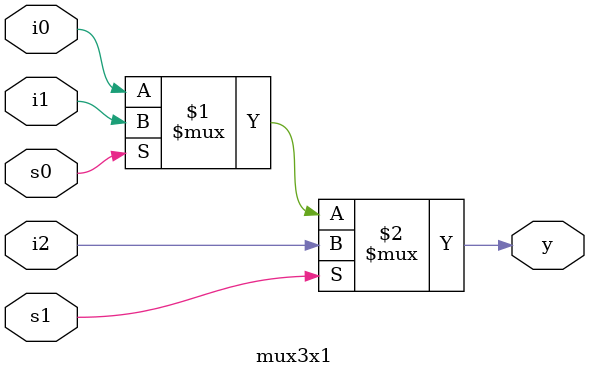
<source format=sv>
module mux3x1(i0,i1,i2,s0,s1,y);
  input i0,i1,i2,s0,s1;
  output y;
  
  assign y=s1?i2:(s0?i1:i0);
  
endmodule


</source>
